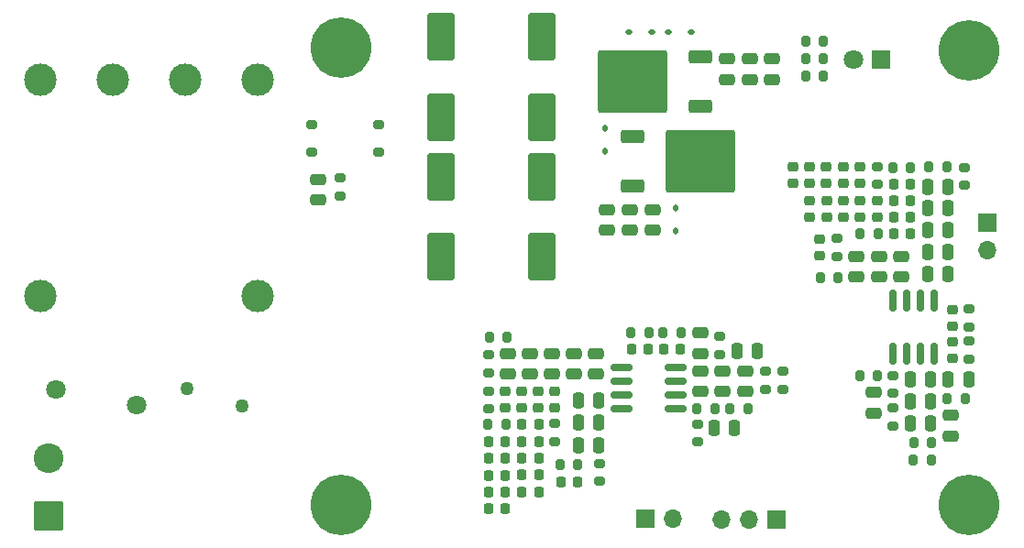
<source format=gbr>
%TF.GenerationSoftware,KiCad,Pcbnew,9.0.0*%
%TF.CreationDate,2025-04-21T22:06:35+02:00*%
%TF.ProjectId,RIAA_preamp,52494141-5f70-4726-9561-6d702e6b6963,rev?*%
%TF.SameCoordinates,Original*%
%TF.FileFunction,Soldermask,Top*%
%TF.FilePolarity,Negative*%
%FSLAX46Y46*%
G04 Gerber Fmt 4.6, Leading zero omitted, Abs format (unit mm)*
G04 Created by KiCad (PCBNEW 9.0.0) date 2025-04-21 22:06:35*
%MOMM*%
%LPD*%
G01*
G04 APERTURE LIST*
G04 Aperture macros list*
%AMRoundRect*
0 Rectangle with rounded corners*
0 $1 Rounding radius*
0 $2 $3 $4 $5 $6 $7 $8 $9 X,Y pos of 4 corners*
0 Add a 4 corners polygon primitive as box body*
4,1,4,$2,$3,$4,$5,$6,$7,$8,$9,$2,$3,0*
0 Add four circle primitives for the rounded corners*
1,1,$1+$1,$2,$3*
1,1,$1+$1,$4,$5*
1,1,$1+$1,$6,$7*
1,1,$1+$1,$8,$9*
0 Add four rect primitives between the rounded corners*
20,1,$1+$1,$2,$3,$4,$5,0*
20,1,$1+$1,$4,$5,$6,$7,0*
20,1,$1+$1,$6,$7,$8,$9,0*
20,1,$1+$1,$8,$9,$2,$3,0*%
G04 Aperture macros list end*
%ADD10C,1.270000*%
%ADD11RoundRect,0.250000X1.125000X-1.125000X1.125000X1.125000X-1.125000X1.125000X-1.125000X-1.125000X0*%
%ADD12C,2.750000*%
%ADD13O,1.700000X1.700000*%
%ADD14R,1.700000X1.700000*%
%ADD15RoundRect,0.200000X0.275000X-0.200000X0.275000X0.200000X-0.275000X0.200000X-0.275000X-0.200000X0*%
%ADD16RoundRect,0.250000X0.250000X0.475000X-0.250000X0.475000X-0.250000X-0.475000X0.250000X-0.475000X0*%
%ADD17RoundRect,0.200000X-0.275000X0.200000X-0.275000X-0.200000X0.275000X-0.200000X0.275000X0.200000X0*%
%ADD18C,5.600000*%
%ADD19RoundRect,0.150000X-0.150000X0.825000X-0.150000X-0.825000X0.150000X-0.825000X0.150000X0.825000X0*%
%ADD20RoundRect,0.225000X0.250000X-0.225000X0.250000X0.225000X-0.250000X0.225000X-0.250000X-0.225000X0*%
%ADD21RoundRect,0.250000X-0.250000X-0.475000X0.250000X-0.475000X0.250000X0.475000X-0.250000X0.475000X0*%
%ADD22RoundRect,0.200000X-0.200000X-0.275000X0.200000X-0.275000X0.200000X0.275000X-0.200000X0.275000X0*%
%ADD23RoundRect,0.225000X-0.225000X-0.250000X0.225000X-0.250000X0.225000X0.250000X-0.225000X0.250000X0*%
%ADD24RoundRect,0.112500X-0.112500X0.187500X-0.112500X-0.187500X0.112500X-0.187500X0.112500X0.187500X0*%
%ADD25RoundRect,0.225000X-0.250000X0.225000X-0.250000X-0.225000X0.250000X-0.225000X0.250000X0.225000X0*%
%ADD26RoundRect,0.250000X0.475000X-0.250000X0.475000X0.250000X-0.475000X0.250000X-0.475000X-0.250000X0*%
%ADD27RoundRect,0.225000X0.225000X0.250000X-0.225000X0.250000X-0.225000X-0.250000X0.225000X-0.250000X0*%
%ADD28RoundRect,0.250000X-0.475000X0.250000X-0.475000X-0.250000X0.475000X-0.250000X0.475000X0.250000X0*%
%ADD29RoundRect,0.250000X-1.000000X1.950000X-1.000000X-1.950000X1.000000X-1.950000X1.000000X1.950000X0*%
%ADD30RoundRect,0.200000X0.200000X0.275000X-0.200000X0.275000X-0.200000X-0.275000X0.200000X-0.275000X0*%
%ADD31C,1.800000*%
%ADD32R,1.800000X1.800000*%
%ADD33RoundRect,0.112500X-0.187500X-0.112500X0.187500X-0.112500X0.187500X0.112500X-0.187500X0.112500X0*%
%ADD34RoundRect,0.150000X-0.825000X-0.150000X0.825000X-0.150000X0.825000X0.150000X-0.825000X0.150000X0*%
%ADD35RoundRect,0.250000X0.850000X0.350000X-0.850000X0.350000X-0.850000X-0.350000X0.850000X-0.350000X0*%
%ADD36RoundRect,0.249997X2.950003X2.650003X-2.950003X2.650003X-2.950003X-2.650003X2.950003X-2.650003X0*%
%ADD37RoundRect,0.200000X-0.300000X-0.200000X0.300000X-0.200000X0.300000X0.200000X-0.300000X0.200000X0*%
%ADD38C,3.000000*%
%ADD39RoundRect,0.112500X0.187500X0.112500X-0.187500X0.112500X-0.187500X-0.112500X0.187500X-0.112500X0*%
%ADD40RoundRect,0.250000X-0.850000X-0.350000X0.850000X-0.350000X0.850000X0.350000X-0.850000X0.350000X0*%
%ADD41RoundRect,0.249997X-2.950003X-2.650003X2.950003X-2.650003X2.950003X2.650003X-2.950003X2.650003X0*%
G04 APERTURE END LIST*
D10*
%TO.C,F1*%
X97370000Y-72594000D03*
X92270000Y-70994000D03*
%TD*%
D11*
%TO.C,J4*%
X79509000Y-82782000D03*
D12*
X79509000Y-77382000D03*
%TD*%
D13*
%TO.C,J3*%
X141645000Y-83100000D03*
X144185000Y-83100000D03*
D14*
X146725000Y-83100000D03*
%TD*%
D15*
%TO.C,R28*%
X145670500Y-69382000D03*
X145670500Y-71032000D03*
%TD*%
D16*
%TO.C,C58*%
X159050000Y-70085000D03*
X160950000Y-70085000D03*
%TD*%
D17*
%TO.C,R9*%
X164100000Y-52210000D03*
X164100000Y-50560000D03*
%TD*%
D18*
%TO.C,H2*%
X106500000Y-81700000D03*
%TD*%
D19*
%TO.C,U1*%
X161305000Y-67760000D03*
X160035000Y-67760000D03*
X158765000Y-67760000D03*
X157495000Y-67760000D03*
X157495000Y-62810000D03*
X158765000Y-62810000D03*
X160035000Y-62810000D03*
X161305000Y-62810000D03*
%TD*%
D20*
%TO.C,C74*%
X152900000Y-55135000D03*
X152900000Y-53585000D03*
%TD*%
D21*
%TO.C,C33*%
X162550000Y-70085000D03*
X164450000Y-70085000D03*
%TD*%
D22*
%TO.C,R14*%
X133250000Y-65800000D03*
X134900000Y-65800000D03*
%TD*%
D21*
%TO.C,C23*%
X160650000Y-54335000D03*
X162550000Y-54335000D03*
%TD*%
D16*
%TO.C,C28*%
X144950000Y-67500000D03*
X143050000Y-67500000D03*
%TD*%
D23*
%TO.C,C79*%
X120100000Y-77418334D03*
X121650000Y-77418334D03*
%TD*%
D21*
%TO.C,C21*%
X160650000Y-52315000D03*
X162550000Y-52315000D03*
%TD*%
D23*
%TO.C,C11*%
X157525000Y-55110000D03*
X159075000Y-55110000D03*
%TD*%
%TO.C,C87*%
X120100000Y-80531667D03*
X121650000Y-80531667D03*
%TD*%
D17*
%TO.C,R19*%
X164500000Y-66610000D03*
X164500000Y-68260000D03*
%TD*%
D24*
%TO.C,D2*%
X130900000Y-46950000D03*
X130900000Y-49050000D03*
%TD*%
D25*
%TO.C,C93*%
X148211666Y-50485000D03*
X148211666Y-52035000D03*
%TD*%
D15*
%TO.C,R6*%
X120140000Y-69525000D03*
X120140000Y-67875000D03*
%TD*%
D26*
%TO.C,C44*%
X146314700Y-42400000D03*
X146314700Y-40500000D03*
%TD*%
%TO.C,C42*%
X142125000Y-42400000D03*
X142125000Y-40500000D03*
%TD*%
D27*
%TO.C,C73*%
X124750000Y-77400000D03*
X123200000Y-77400000D03*
%TD*%
D21*
%TO.C,C38*%
X160650000Y-60395000D03*
X162550000Y-60395000D03*
%TD*%
D28*
%TO.C,C52*%
X154100000Y-58785000D03*
X154100000Y-60685000D03*
%TD*%
D20*
%TO.C,C76*%
X156013333Y-55135000D03*
X156013333Y-53585000D03*
%TD*%
%TO.C,C95*%
X151343333Y-55135000D03*
X151343333Y-53585000D03*
%TD*%
D29*
%TO.C,C37*%
X125000000Y-38500000D03*
X125000000Y-45900000D03*
%TD*%
D23*
%TO.C,C88*%
X120100000Y-82088334D03*
X121650000Y-82088334D03*
%TD*%
D21*
%TO.C,C51*%
X128400000Y-76200000D03*
X130300000Y-76200000D03*
%TD*%
D20*
%TO.C,C1*%
X150700000Y-58710000D03*
X150700000Y-57160000D03*
%TD*%
D25*
%TO.C,C92*%
X149768333Y-50485000D03*
X149768333Y-52035000D03*
%TD*%
D23*
%TO.C,C77*%
X120100000Y-75861667D03*
X121650000Y-75861667D03*
%TD*%
D26*
%TO.C,C43*%
X131075000Y-56350000D03*
X131075000Y-54450000D03*
%TD*%
D29*
%TO.C,C4*%
X115700000Y-51400000D03*
X115700000Y-58800000D03*
%TD*%
D23*
%TO.C,C7*%
X157525000Y-52060000D03*
X159075000Y-52060000D03*
%TD*%
D30*
%TO.C,R11*%
X121725000Y-74300000D03*
X120075000Y-74300000D03*
%TD*%
D21*
%TO.C,C30*%
X140950000Y-74600000D03*
X142850000Y-74600000D03*
%TD*%
D31*
%TO.C,RV1*%
X87648000Y-72494000D03*
X80148000Y-71094000D03*
%TD*%
D32*
%TO.C,D5*%
X156375000Y-40600000D03*
D31*
X153835000Y-40600000D03*
%TD*%
D15*
%TO.C,R26*%
X139400000Y-75925000D03*
X139400000Y-74275000D03*
%TD*%
D18*
%TO.C,H1*%
X106500000Y-39450000D03*
%TD*%
D20*
%TO.C,C6*%
X121675000Y-72775000D03*
X121675000Y-71225000D03*
%TD*%
D26*
%TO.C,C46*%
X144219850Y-42400000D03*
X144219850Y-40500000D03*
%TD*%
D33*
%TO.C,D4*%
X136725000Y-38050000D03*
X138825000Y-38050000D03*
%TD*%
D27*
%TO.C,C91*%
X124750000Y-75843334D03*
X123200000Y-75843334D03*
%TD*%
D26*
%TO.C,C25*%
X104345000Y-53567000D03*
X104345000Y-51667000D03*
%TD*%
D20*
%TO.C,C94*%
X149786666Y-55135000D03*
X149786666Y-53585000D03*
%TD*%
D30*
%TO.C,R5*%
X152425000Y-60735000D03*
X150775000Y-60735000D03*
%TD*%
D24*
%TO.C,D3*%
X137400000Y-54300000D03*
X137400000Y-56400000D03*
%TD*%
D22*
%TO.C,R16*%
X136225000Y-65800000D03*
X137875000Y-65800000D03*
%TD*%
D21*
%TO.C,C27*%
X160650000Y-56355000D03*
X162550000Y-56355000D03*
%TD*%
D15*
%TO.C,R33*%
X106377000Y-53188000D03*
X106377000Y-51538000D03*
%TD*%
D27*
%TO.C,C75*%
X124750000Y-74286667D03*
X123200000Y-74286667D03*
%TD*%
D20*
%TO.C,C96*%
X154456666Y-55135000D03*
X154456666Y-53585000D03*
%TD*%
D18*
%TO.C,H4*%
X164500000Y-81700000D03*
%TD*%
D30*
%TO.C,R32*%
X151050000Y-42115000D03*
X149400000Y-42115000D03*
%TD*%
D25*
%TO.C,C78*%
X154438333Y-50485000D03*
X154438333Y-52035000D03*
%TD*%
D20*
%TO.C,C12*%
X126250000Y-72775000D03*
X126250000Y-71225000D03*
%TD*%
%TO.C,C8*%
X123200000Y-72775000D03*
X123200000Y-71225000D03*
%TD*%
D34*
%TO.C,U5*%
X132425000Y-68995000D03*
X132425000Y-70265000D03*
X132425000Y-71535000D03*
X132425000Y-72805000D03*
X137375000Y-72805000D03*
X137375000Y-71535000D03*
X137375000Y-70265000D03*
X137375000Y-68995000D03*
%TD*%
D35*
%TO.C,U4*%
X139700000Y-44905000D03*
D36*
X133400000Y-42625000D03*
D35*
X139700000Y-40345000D03*
%TD*%
D15*
%TO.C,R30*%
X147271000Y-71032000D03*
X147271000Y-69382000D03*
%TD*%
D22*
%TO.C,R29*%
X154375000Y-69785000D03*
X156025000Y-69785000D03*
%TD*%
D17*
%TO.C,R17*%
X164500000Y-63635000D03*
X164500000Y-65285000D03*
%TD*%
D15*
%TO.C,R12*%
X120150000Y-72850000D03*
X120150000Y-71200000D03*
%TD*%
D22*
%TO.C,R36*%
X159375000Y-75985000D03*
X161025000Y-75985000D03*
%TD*%
D27*
%TO.C,C5*%
X128325000Y-79600000D03*
X126775000Y-79600000D03*
%TD*%
D26*
%TO.C,C17*%
X121930000Y-69650000D03*
X121930000Y-67750000D03*
%TD*%
D18*
%TO.C,H3*%
X164500000Y-39700000D03*
%TD*%
D17*
%TO.C,R27*%
X157500000Y-69760000D03*
X157500000Y-71410000D03*
%TD*%
D23*
%TO.C,C13*%
X157525000Y-56635000D03*
X159075000Y-56635000D03*
%TD*%
D26*
%TO.C,C39*%
X162800000Y-75335000D03*
X162800000Y-73435000D03*
%TD*%
D28*
%TO.C,C50*%
X156200000Y-58785000D03*
X156200000Y-60685000D03*
%TD*%
D26*
%TO.C,C19*%
X125970000Y-69650000D03*
X125970000Y-67750000D03*
%TD*%
D37*
%TO.C,D1*%
X103825000Y-46630000D03*
X103825000Y-49170000D03*
X109975000Y-49170000D03*
X109975000Y-46630000D03*
%TD*%
D26*
%TO.C,C47*%
X135300000Y-56350000D03*
X135300000Y-54450000D03*
%TD*%
%TO.C,C45*%
X133200000Y-56350000D03*
X133200000Y-54450000D03*
%TD*%
D23*
%TO.C,C9*%
X157525000Y-53585000D03*
X159075000Y-53585000D03*
%TD*%
D26*
%TO.C,C20*%
X127990000Y-69650000D03*
X127990000Y-67750000D03*
%TD*%
D28*
%TO.C,C54*%
X158200000Y-58785000D03*
X158200000Y-60685000D03*
%TD*%
D29*
%TO.C,C3*%
X125000000Y-51400000D03*
X125000000Y-58800000D03*
%TD*%
D14*
%TO.C,J2*%
X134625000Y-83000000D03*
D13*
X137165000Y-83000000D03*
%TD*%
D22*
%TO.C,R24*%
X139375000Y-72800000D03*
X141025000Y-72800000D03*
%TD*%
D28*
%TO.C,C55*%
X141750000Y-69350000D03*
X141750000Y-71250000D03*
%TD*%
D38*
%TO.C,T1*%
X78750000Y-42450000D03*
X85416667Y-42450000D03*
X92083333Y-42450000D03*
X98750000Y-42450000D03*
X98750000Y-62450000D03*
X78750000Y-62450000D03*
%TD*%
D23*
%TO.C,C22*%
X136275000Y-67300000D03*
X137825000Y-67300000D03*
%TD*%
D17*
%TO.C,R18*%
X141500000Y-66175000D03*
X141500000Y-67825000D03*
%TD*%
D15*
%TO.C,R13*%
X156000000Y-52110000D03*
X156000000Y-50460000D03*
%TD*%
D39*
%TO.C,D6*%
X135175000Y-38050000D03*
X133075000Y-38050000D03*
%TD*%
D28*
%TO.C,C32*%
X143800000Y-69350000D03*
X143800000Y-71250000D03*
%TD*%
D27*
%TO.C,C90*%
X124750000Y-78956667D03*
X123200000Y-78956667D03*
%TD*%
D21*
%TO.C,C29*%
X160650000Y-58375000D03*
X162550000Y-58375000D03*
%TD*%
D14*
%TO.C,J1*%
X166200000Y-55660000D03*
D13*
X166200000Y-58200000D03*
%TD*%
D30*
%TO.C,R3*%
X128375000Y-78000000D03*
X126725000Y-78000000D03*
%TD*%
D26*
%TO.C,C36*%
X130010000Y-69650000D03*
X130010000Y-67750000D03*
%TD*%
D28*
%TO.C,C40*%
X155700000Y-71335000D03*
X155700000Y-73235000D03*
%TD*%
D22*
%TO.C,R21*%
X154438333Y-56635000D03*
X156088333Y-56635000D03*
%TD*%
D21*
%TO.C,C49*%
X128400000Y-74100000D03*
X130300000Y-74100000D03*
%TD*%
D16*
%TO.C,C41*%
X160950000Y-74185000D03*
X159050000Y-74185000D03*
%TD*%
D28*
%TO.C,C57*%
X139700000Y-69350000D03*
X139700000Y-71250000D03*
%TD*%
D15*
%TO.C,R20*%
X126250000Y-75861667D03*
X126250000Y-74211667D03*
%TD*%
D17*
%TO.C,R25*%
X157500000Y-72785000D03*
X157500000Y-74435000D03*
%TD*%
%TO.C,R4*%
X130350000Y-77875000D03*
X130350000Y-79525000D03*
%TD*%
D22*
%TO.C,R8*%
X120175000Y-66200000D03*
X121825000Y-66200000D03*
%TD*%
D25*
%TO.C,C31*%
X163000000Y-66660000D03*
X163000000Y-68210000D03*
%TD*%
D20*
%TO.C,C10*%
X124725000Y-72775000D03*
X124725000Y-71225000D03*
%TD*%
D25*
%TO.C,C82*%
X151325000Y-50485000D03*
X151325000Y-52035000D03*
%TD*%
D23*
%TO.C,C81*%
X120100000Y-78975000D03*
X121650000Y-78975000D03*
%TD*%
D22*
%TO.C,R31*%
X159350000Y-77585000D03*
X161000000Y-77585000D03*
%TD*%
D30*
%TO.C,R23*%
X164125000Y-71885000D03*
X162475000Y-71885000D03*
%TD*%
D25*
%TO.C,C35*%
X163000000Y-63685000D03*
X163000000Y-65235000D03*
%TD*%
D29*
%TO.C,C26*%
X115700000Y-38500000D03*
X115700000Y-45900000D03*
%TD*%
D22*
%TO.C,R15*%
X157450000Y-50535000D03*
X159100000Y-50535000D03*
%TD*%
D30*
%TO.C,R35*%
X151050000Y-38900000D03*
X149400000Y-38900000D03*
%TD*%
D16*
%TO.C,C56*%
X160950000Y-72135000D03*
X159050000Y-72135000D03*
%TD*%
D22*
%TO.C,R22*%
X142400000Y-72800000D03*
X144050000Y-72800000D03*
%TD*%
D27*
%TO.C,C89*%
X124750000Y-80513334D03*
X123200000Y-80513334D03*
%TD*%
D25*
%TO.C,C80*%
X152881666Y-50485000D03*
X152881666Y-52035000D03*
%TD*%
D15*
%TO.C,R1*%
X152300000Y-58760000D03*
X152300000Y-57110000D03*
%TD*%
D26*
%TO.C,C24*%
X139700000Y-67750000D03*
X139700000Y-65850000D03*
%TD*%
D30*
%TO.C,R34*%
X151050000Y-40507500D03*
X149400000Y-40507500D03*
%TD*%
D23*
%TO.C,C34*%
X133300000Y-67300000D03*
X134850000Y-67300000D03*
%TD*%
D22*
%TO.C,R7*%
X160775000Y-50525000D03*
X162425000Y-50525000D03*
%TD*%
D40*
%TO.C,U3*%
X133400000Y-47692500D03*
D41*
X139700000Y-49972500D03*
D40*
X133400000Y-52252500D03*
%TD*%
D21*
%TO.C,C53*%
X128400000Y-72100000D03*
X130300000Y-72100000D03*
%TD*%
D26*
%TO.C,C18*%
X123950000Y-69650000D03*
X123950000Y-67750000D03*
%TD*%
M02*

</source>
